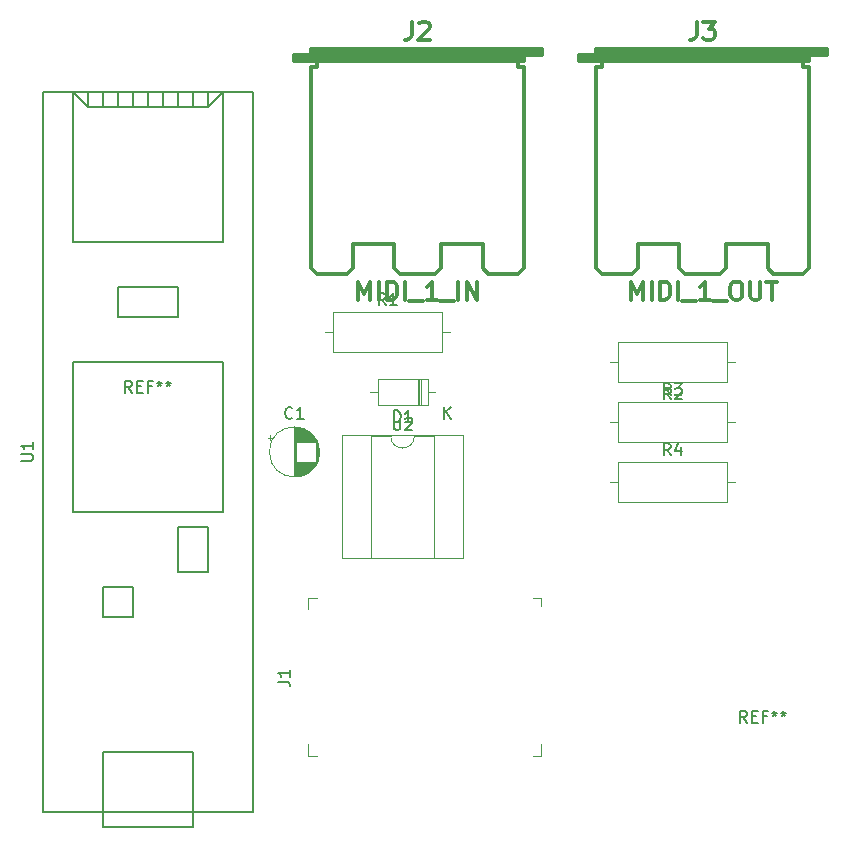
<source format=gbr>
G04 #@! TF.GenerationSoftware,KiCad,Pcbnew,(5.0.2)-1*
G04 #@! TF.CreationDate,2019-02-01T02:25:23-05:00*
G04 #@! TF.ProjectId,midimerger,6d696469-6d65-4726-9765-722e6b696361,rev?*
G04 #@! TF.SameCoordinates,PX60e4b00PY695f190*
G04 #@! TF.FileFunction,Legend,Top*
G04 #@! TF.FilePolarity,Positive*
%FSLAX46Y46*%
G04 Gerber Fmt 4.6, Leading zero omitted, Abs format (unit mm)*
G04 Created by KiCad (PCBNEW (5.0.2)-1) date 2/1/2019 2:25:23 AM*
%MOMM*%
%LPD*%
G01*
G04 APERTURE LIST*
%ADD10C,0.150000*%
%ADD11C,0.100000*%
%ADD12C,0.120000*%
%ADD13C,0.304800*%
G04 APERTURE END LIST*
D10*
G04 #@! TO.C,U1*
X21590000Y2540000D02*
X3810000Y2540000D01*
X3810000Y63500000D02*
X21590000Y63500000D01*
X10160000Y44450000D02*
X10160000Y46990000D01*
X15240000Y44450000D02*
X10160000Y44450000D01*
X15240000Y46990000D02*
X15240000Y44450000D01*
X10160000Y46990000D02*
X15240000Y46990000D01*
X16510000Y7620000D02*
X16510000Y2540000D01*
X8890000Y7620000D02*
X8890000Y2540000D01*
X16510000Y7620000D02*
X8890000Y7620000D01*
X8890000Y1270000D02*
X8890000Y2540000D01*
X16510000Y1270000D02*
X8890000Y1270000D01*
X16510000Y2540000D02*
X16510000Y1270000D01*
X21590000Y2540000D02*
X21590000Y63500000D01*
X3810000Y63500000D02*
X3810000Y2540000D01*
X19050000Y50800000D02*
X19050000Y63500000D01*
X6350000Y50800000D02*
X19050000Y50800000D01*
X6350000Y63500000D02*
X6350000Y50800000D01*
X7620000Y62230000D02*
X6350000Y63500000D01*
X17780000Y62230000D02*
X7620000Y62230000D01*
X19050000Y63500000D02*
X17780000Y62230000D01*
X7620000Y62230000D02*
X7620000Y63500000D01*
X8890000Y62230000D02*
X8890000Y63500000D01*
X10160000Y62230000D02*
X10160000Y63500000D01*
X11430000Y62230000D02*
X11430000Y63500000D01*
X12700000Y62230000D02*
X12700000Y63500000D01*
X13970000Y62230000D02*
X13970000Y63500000D01*
X15240000Y62230000D02*
X15240000Y63500000D01*
X16510000Y62230000D02*
X16510000Y63500000D01*
X17780000Y62230000D02*
X17780000Y63500000D01*
X6350000Y27940000D02*
X6350000Y40640000D01*
X19050000Y27940000D02*
X19050000Y40640000D01*
X6350000Y27940000D02*
X19050000Y27940000D01*
X19050000Y40640000D02*
X6350000Y40640000D01*
X15240000Y26670000D02*
X17780000Y26670000D01*
X15240000Y22860000D02*
X15240000Y26670000D01*
X17780000Y22860000D02*
X15240000Y22860000D01*
X17780000Y26670000D02*
X17780000Y22860000D01*
X8890000Y21590000D02*
X8890000Y19050000D01*
X11430000Y21590000D02*
X8890000Y21590000D01*
X11430000Y19050000D02*
X11430000Y21590000D01*
X8890000Y19050000D02*
X11430000Y19050000D01*
D11*
G04 #@! TO.C,J1*
X26285000Y20645000D02*
X27010000Y20645000D01*
X26285000Y19695000D02*
X26285000Y20645000D01*
X26285000Y7295000D02*
X27085000Y7295000D01*
X26285000Y8320000D02*
X26285000Y7295000D01*
X45985000Y20645000D02*
X45985000Y19945000D01*
X45335000Y20645000D02*
X45985000Y20645000D01*
X45985000Y7295000D02*
X45310000Y7295000D01*
X45985000Y8270000D02*
X45985000Y7295000D01*
D12*
G04 #@! TO.C,C1*
X27250000Y33020000D02*
G75*
G03X27250000Y33020000I-2120000J0D01*
G01*
X25130000Y35100000D02*
X25130000Y30940000D01*
X25170000Y35100000D02*
X25170000Y30940000D01*
X25210000Y35099000D02*
X25210000Y30941000D01*
X25250000Y35097000D02*
X25250000Y30943000D01*
X25290000Y35094000D02*
X25290000Y30946000D01*
X25330000Y35091000D02*
X25330000Y33860000D01*
X25330000Y32180000D02*
X25330000Y30949000D01*
X25370000Y35087000D02*
X25370000Y33860000D01*
X25370000Y32180000D02*
X25370000Y30953000D01*
X25410000Y35082000D02*
X25410000Y33860000D01*
X25410000Y32180000D02*
X25410000Y30958000D01*
X25450000Y35076000D02*
X25450000Y33860000D01*
X25450000Y32180000D02*
X25450000Y30964000D01*
X25490000Y35070000D02*
X25490000Y33860000D01*
X25490000Y32180000D02*
X25490000Y30970000D01*
X25530000Y35062000D02*
X25530000Y33860000D01*
X25530000Y32180000D02*
X25530000Y30978000D01*
X25570000Y35054000D02*
X25570000Y33860000D01*
X25570000Y32180000D02*
X25570000Y30986000D01*
X25610000Y35045000D02*
X25610000Y33860000D01*
X25610000Y32180000D02*
X25610000Y30995000D01*
X25650000Y35036000D02*
X25650000Y33860000D01*
X25650000Y32180000D02*
X25650000Y31004000D01*
X25690000Y35025000D02*
X25690000Y33860000D01*
X25690000Y32180000D02*
X25690000Y31015000D01*
X25730000Y35014000D02*
X25730000Y33860000D01*
X25730000Y32180000D02*
X25730000Y31026000D01*
X25770000Y35002000D02*
X25770000Y33860000D01*
X25770000Y32180000D02*
X25770000Y31038000D01*
X25810000Y34988000D02*
X25810000Y33860000D01*
X25810000Y32180000D02*
X25810000Y31052000D01*
X25851000Y34974000D02*
X25851000Y33860000D01*
X25851000Y32180000D02*
X25851000Y31066000D01*
X25891000Y34960000D02*
X25891000Y33860000D01*
X25891000Y32180000D02*
X25891000Y31080000D01*
X25931000Y34944000D02*
X25931000Y33860000D01*
X25931000Y32180000D02*
X25931000Y31096000D01*
X25971000Y34927000D02*
X25971000Y33860000D01*
X25971000Y32180000D02*
X25971000Y31113000D01*
X26011000Y34909000D02*
X26011000Y33860000D01*
X26011000Y32180000D02*
X26011000Y31131000D01*
X26051000Y34890000D02*
X26051000Y33860000D01*
X26051000Y32180000D02*
X26051000Y31150000D01*
X26091000Y34871000D02*
X26091000Y33860000D01*
X26091000Y32180000D02*
X26091000Y31169000D01*
X26131000Y34850000D02*
X26131000Y33860000D01*
X26131000Y32180000D02*
X26131000Y31190000D01*
X26171000Y34828000D02*
X26171000Y33860000D01*
X26171000Y32180000D02*
X26171000Y31212000D01*
X26211000Y34805000D02*
X26211000Y33860000D01*
X26211000Y32180000D02*
X26211000Y31235000D01*
X26251000Y34780000D02*
X26251000Y33860000D01*
X26251000Y32180000D02*
X26251000Y31260000D01*
X26291000Y34755000D02*
X26291000Y33860000D01*
X26291000Y32180000D02*
X26291000Y31285000D01*
X26331000Y34728000D02*
X26331000Y33860000D01*
X26331000Y32180000D02*
X26331000Y31312000D01*
X26371000Y34700000D02*
X26371000Y33860000D01*
X26371000Y32180000D02*
X26371000Y31340000D01*
X26411000Y34670000D02*
X26411000Y33860000D01*
X26411000Y32180000D02*
X26411000Y31370000D01*
X26451000Y34639000D02*
X26451000Y33860000D01*
X26451000Y32180000D02*
X26451000Y31401000D01*
X26491000Y34607000D02*
X26491000Y33860000D01*
X26491000Y32180000D02*
X26491000Y31433000D01*
X26531000Y34572000D02*
X26531000Y33860000D01*
X26531000Y32180000D02*
X26531000Y31468000D01*
X26571000Y34536000D02*
X26571000Y33860000D01*
X26571000Y32180000D02*
X26571000Y31504000D01*
X26611000Y34498000D02*
X26611000Y33860000D01*
X26611000Y32180000D02*
X26611000Y31542000D01*
X26651000Y34458000D02*
X26651000Y33860000D01*
X26651000Y32180000D02*
X26651000Y31582000D01*
X26691000Y34416000D02*
X26691000Y33860000D01*
X26691000Y32180000D02*
X26691000Y31624000D01*
X26731000Y34371000D02*
X26731000Y33860000D01*
X26731000Y32180000D02*
X26731000Y31669000D01*
X26771000Y34324000D02*
X26771000Y33860000D01*
X26771000Y32180000D02*
X26771000Y31716000D01*
X26811000Y34274000D02*
X26811000Y33860000D01*
X26811000Y32180000D02*
X26811000Y31766000D01*
X26851000Y34220000D02*
X26851000Y33860000D01*
X26851000Y32180000D02*
X26851000Y31820000D01*
X26891000Y34162000D02*
X26891000Y33860000D01*
X26891000Y32180000D02*
X26891000Y31878000D01*
X26931000Y34100000D02*
X26931000Y33860000D01*
X26931000Y32180000D02*
X26931000Y31940000D01*
X26971000Y34033000D02*
X26971000Y32007000D01*
X27011000Y33960000D02*
X27011000Y32080000D01*
X27051000Y33879000D02*
X27051000Y32161000D01*
X27091000Y33788000D02*
X27091000Y32252000D01*
X27131000Y33684000D02*
X27131000Y32356000D01*
X27171000Y33557000D02*
X27171000Y32483000D01*
X27211000Y33390000D02*
X27211000Y32650000D01*
X22860199Y34215000D02*
X23260199Y34215000D01*
X23060199Y34415000D02*
X23060199Y34015000D01*
G04 #@! TO.C,D1*
X36410000Y36980000D02*
X36410000Y39220000D01*
X36410000Y39220000D02*
X32170000Y39220000D01*
X32170000Y39220000D02*
X32170000Y36980000D01*
X32170000Y36980000D02*
X36410000Y36980000D01*
X37060000Y38100000D02*
X36410000Y38100000D01*
X31520000Y38100000D02*
X32170000Y38100000D01*
X35690000Y36980000D02*
X35690000Y39220000D01*
X35570000Y36980000D02*
X35570000Y39220000D01*
X35810000Y36980000D02*
X35810000Y39220000D01*
D13*
G04 #@! TO.C,J2*
X44559220Y66360040D02*
X25059640Y66360040D01*
X26560780Y66608960D02*
X44559220Y66608960D01*
X46060360Y66860420D02*
X26560780Y66860420D01*
X44559220Y48610520D02*
X44559220Y65610740D01*
X44559220Y48610520D02*
X44058840Y48110140D01*
X44058840Y48110140D02*
X41559480Y48110140D01*
X41559480Y48110140D02*
X41059100Y48610520D01*
X41059100Y48610520D02*
X41059100Y50609500D01*
X41059100Y50609500D02*
X37558980Y50609500D01*
X26560780Y48610520D02*
X26560780Y65610740D01*
X26560780Y48610520D02*
X27061160Y48110140D01*
X27061160Y48110140D02*
X29060140Y48110140D01*
X29060140Y48110140D02*
X29560520Y48110140D01*
X29560520Y48110140D02*
X30060900Y48610520D01*
X30060900Y48610520D02*
X30060900Y50609500D01*
X30060900Y50609500D02*
X33561020Y50609500D01*
X37061140Y48110140D02*
X37558980Y48610520D01*
X37558980Y48610520D02*
X37558980Y50609500D01*
X37061140Y48110140D02*
X34058860Y48110140D01*
X34058860Y48110140D02*
X33561020Y48610520D01*
X33561020Y48610520D02*
X33561020Y50609500D01*
X25059640Y66608960D02*
X26560780Y66608960D01*
X26560780Y66608960D02*
X26560780Y67109340D01*
X26560780Y67109340D02*
X46060360Y67109340D01*
X46060360Y66608960D02*
X44559220Y66608960D01*
X44559220Y66608960D02*
X44559220Y66108580D01*
X44559220Y66108580D02*
X25059640Y66108580D01*
X26560780Y65610740D02*
X27061160Y65610740D01*
X44559220Y65610740D02*
X44058840Y65610740D01*
X27061160Y66108580D02*
X27061160Y65610740D01*
X44058840Y65610740D02*
X44058840Y66108580D01*
X46060360Y67109340D02*
X46060360Y66608960D01*
X25059640Y66108580D02*
X25059640Y66608960D01*
G04 #@! TO.C,J3*
X49189640Y66108580D02*
X49189640Y66608960D01*
X70190360Y67109340D02*
X70190360Y66608960D01*
X68188840Y65610740D02*
X68188840Y66108580D01*
X51191160Y66108580D02*
X51191160Y65610740D01*
X68689220Y65610740D02*
X68188840Y65610740D01*
X50690780Y65610740D02*
X51191160Y65610740D01*
X68689220Y66108580D02*
X49189640Y66108580D01*
X68689220Y66608960D02*
X68689220Y66108580D01*
X70190360Y66608960D02*
X68689220Y66608960D01*
X50690780Y67109340D02*
X70190360Y67109340D01*
X50690780Y66608960D02*
X50690780Y67109340D01*
X49189640Y66608960D02*
X50690780Y66608960D01*
X57691020Y48610520D02*
X57691020Y50609500D01*
X58188860Y48110140D02*
X57691020Y48610520D01*
X61191140Y48110140D02*
X58188860Y48110140D01*
X61688980Y48610520D02*
X61688980Y50609500D01*
X61191140Y48110140D02*
X61688980Y48610520D01*
X54190900Y50609500D02*
X57691020Y50609500D01*
X54190900Y48610520D02*
X54190900Y50609500D01*
X53690520Y48110140D02*
X54190900Y48610520D01*
X53190140Y48110140D02*
X53690520Y48110140D01*
X51191160Y48110140D02*
X53190140Y48110140D01*
X50690780Y48610520D02*
X51191160Y48110140D01*
X50690780Y48610520D02*
X50690780Y65610740D01*
X65189100Y50609500D02*
X61688980Y50609500D01*
X65189100Y48610520D02*
X65189100Y50609500D01*
X65689480Y48110140D02*
X65189100Y48610520D01*
X68188840Y48110140D02*
X65689480Y48110140D01*
X68689220Y48610520D02*
X68188840Y48110140D01*
X68689220Y48610520D02*
X68689220Y65610740D01*
X70190360Y66860420D02*
X50690780Y66860420D01*
X50690780Y66608960D02*
X68689220Y66608960D01*
X68689220Y66360040D02*
X49189640Y66360040D01*
D12*
G04 #@! TO.C,U2*
X35290000Y34350000D02*
G75*
G02X33290000Y34350000I-1000000J0D01*
G01*
X33290000Y34350000D02*
X31640000Y34350000D01*
X31640000Y34350000D02*
X31640000Y24070000D01*
X31640000Y24070000D02*
X36940000Y24070000D01*
X36940000Y24070000D02*
X36940000Y34350000D01*
X36940000Y34350000D02*
X35290000Y34350000D01*
X29150000Y34410000D02*
X29150000Y24010000D01*
X29150000Y24010000D02*
X39430000Y24010000D01*
X39430000Y24010000D02*
X39430000Y34410000D01*
X39430000Y34410000D02*
X29150000Y34410000D01*
G04 #@! TO.C,R1*
X38330000Y43180000D02*
X37640000Y43180000D01*
X27710000Y43180000D02*
X28400000Y43180000D01*
X37640000Y44900000D02*
X28400000Y44900000D01*
X37640000Y41460000D02*
X37640000Y44900000D01*
X28400000Y41460000D02*
X37640000Y41460000D01*
X28400000Y44900000D02*
X28400000Y41460000D01*
G04 #@! TO.C,R2*
X61770000Y38920000D02*
X61770000Y42360000D01*
X61770000Y42360000D02*
X52530000Y42360000D01*
X52530000Y42360000D02*
X52530000Y38920000D01*
X52530000Y38920000D02*
X61770000Y38920000D01*
X62460000Y40640000D02*
X61770000Y40640000D01*
X51840000Y40640000D02*
X52530000Y40640000D01*
G04 #@! TO.C,R3*
X52530000Y37280000D02*
X52530000Y33840000D01*
X52530000Y33840000D02*
X61770000Y33840000D01*
X61770000Y33840000D02*
X61770000Y37280000D01*
X61770000Y37280000D02*
X52530000Y37280000D01*
X51840000Y35560000D02*
X52530000Y35560000D01*
X62460000Y35560000D02*
X61770000Y35560000D01*
G04 #@! TO.C,R4*
X62460000Y30480000D02*
X61770000Y30480000D01*
X51840000Y30480000D02*
X52530000Y30480000D01*
X61770000Y32200000D02*
X52530000Y32200000D01*
X61770000Y28760000D02*
X61770000Y32200000D01*
X52530000Y28760000D02*
X61770000Y28760000D01*
X52530000Y32200000D02*
X52530000Y28760000D01*
G04 #@! TO.C,U1*
D10*
X1992380Y32258096D02*
X2801904Y32258096D01*
X2897142Y32305715D01*
X2944761Y32353334D01*
X2992380Y32448572D01*
X2992380Y32639048D01*
X2944761Y32734286D01*
X2897142Y32781905D01*
X2801904Y32829524D01*
X1992380Y32829524D01*
X2992380Y33829524D02*
X2992380Y33258096D01*
X2992380Y33543810D02*
X1992380Y33543810D01*
X2135238Y33448572D01*
X2230476Y33353334D01*
X2278095Y33258096D01*
G04 #@! TO.C,J1*
X23737380Y13561667D02*
X24451666Y13561667D01*
X24594523Y13514048D01*
X24689761Y13418810D01*
X24737380Y13275953D01*
X24737380Y13180715D01*
X24737380Y14561667D02*
X24737380Y13990239D01*
X24737380Y14275953D02*
X23737380Y14275953D01*
X23880238Y14180715D01*
X23975476Y14085477D01*
X24023095Y13990239D01*
G04 #@! TO.C,REF\002A\002A*
X11366666Y38037620D02*
X11033333Y38513810D01*
X10795238Y38037620D02*
X10795238Y39037620D01*
X11176190Y39037620D01*
X11271428Y38990000D01*
X11319047Y38942381D01*
X11366666Y38847143D01*
X11366666Y38704286D01*
X11319047Y38609048D01*
X11271428Y38561429D01*
X11176190Y38513810D01*
X10795238Y38513810D01*
X11795238Y38561429D02*
X12128571Y38561429D01*
X12271428Y38037620D02*
X11795238Y38037620D01*
X11795238Y39037620D01*
X12271428Y39037620D01*
X13033333Y38561429D02*
X12700000Y38561429D01*
X12700000Y38037620D02*
X12700000Y39037620D01*
X13176190Y39037620D01*
X13700000Y39037620D02*
X13700000Y38799524D01*
X13461904Y38894762D02*
X13700000Y38799524D01*
X13938095Y38894762D01*
X13557142Y38609048D02*
X13700000Y38799524D01*
X13842857Y38609048D01*
X14461904Y39037620D02*
X14461904Y38799524D01*
X14223809Y38894762D02*
X14461904Y38799524D01*
X14700000Y38894762D01*
X14319047Y38609048D02*
X14461904Y38799524D01*
X14604761Y38609048D01*
G04 #@! TO.C,C1*
X24963333Y35912858D02*
X24915714Y35865239D01*
X24772857Y35817620D01*
X24677619Y35817620D01*
X24534761Y35865239D01*
X24439523Y35960477D01*
X24391904Y36055715D01*
X24344285Y36246191D01*
X24344285Y36389048D01*
X24391904Y36579524D01*
X24439523Y36674762D01*
X24534761Y36770000D01*
X24677619Y36817620D01*
X24772857Y36817620D01*
X24915714Y36770000D01*
X24963333Y36722381D01*
X25915714Y35817620D02*
X25344285Y35817620D01*
X25630000Y35817620D02*
X25630000Y36817620D01*
X25534761Y36674762D01*
X25439523Y36579524D01*
X25344285Y36531905D01*
G04 #@! TO.C,D1*
X33551904Y35527620D02*
X33551904Y36527620D01*
X33790000Y36527620D01*
X33932857Y36480000D01*
X34028095Y36384762D01*
X34075714Y36289524D01*
X34123333Y36099048D01*
X34123333Y35956191D01*
X34075714Y35765715D01*
X34028095Y35670477D01*
X33932857Y35575239D01*
X33790000Y35527620D01*
X33551904Y35527620D01*
X35075714Y35527620D02*
X34504285Y35527620D01*
X34790000Y35527620D02*
X34790000Y36527620D01*
X34694761Y36384762D01*
X34599523Y36289524D01*
X34504285Y36241905D01*
X37838095Y35847620D02*
X37838095Y36847620D01*
X38409523Y35847620D02*
X37980952Y36419048D01*
X38409523Y36847620D02*
X37838095Y36276191D01*
G04 #@! TO.C,J2*
D13*
X35052000Y69445052D02*
X35052000Y68356480D01*
X34979428Y68138766D01*
X34834285Y67993623D01*
X34616571Y67921052D01*
X34471428Y67921052D01*
X35705142Y69299909D02*
X35777714Y69372480D01*
X35922857Y69445052D01*
X36285714Y69445052D01*
X36430857Y69372480D01*
X36503428Y69299909D01*
X36576000Y69154766D01*
X36576000Y69009623D01*
X36503428Y68791909D01*
X35632571Y67921052D01*
X36576000Y67921052D01*
X30516285Y45919572D02*
X30516285Y47443572D01*
X31024285Y46355000D01*
X31532285Y47443572D01*
X31532285Y45919572D01*
X32258000Y45919572D02*
X32258000Y47443572D01*
X32983714Y45919572D02*
X32983714Y47443572D01*
X33346571Y47443572D01*
X33564285Y47371000D01*
X33709428Y47225858D01*
X33782000Y47080715D01*
X33854571Y46790429D01*
X33854571Y46572715D01*
X33782000Y46282429D01*
X33709428Y46137286D01*
X33564285Y45992143D01*
X33346571Y45919572D01*
X32983714Y45919572D01*
X34507714Y45919572D02*
X34507714Y47443572D01*
X34870571Y45774429D02*
X36031714Y45774429D01*
X37192857Y45919572D02*
X36322000Y45919572D01*
X36757428Y45919572D02*
X36757428Y47443572D01*
X36612285Y47225858D01*
X36467142Y47080715D01*
X36322000Y47008143D01*
X37483142Y45774429D02*
X38644285Y45774429D01*
X39007142Y45919572D02*
X39007142Y47443572D01*
X39732857Y45919572D02*
X39732857Y47443572D01*
X40603714Y45919572D01*
X40603714Y47443572D01*
G04 #@! TO.C,J3*
X59182000Y69445052D02*
X59182000Y68356480D01*
X59109428Y68138766D01*
X58964285Y67993623D01*
X58746571Y67921052D01*
X58601428Y67921052D01*
X59762571Y69445052D02*
X60706000Y69445052D01*
X60198000Y68864480D01*
X60415714Y68864480D01*
X60560857Y68791909D01*
X60633428Y68719338D01*
X60706000Y68574195D01*
X60706000Y68211338D01*
X60633428Y68066195D01*
X60560857Y67993623D01*
X60415714Y67921052D01*
X59980285Y67921052D01*
X59835142Y67993623D01*
X59762571Y68066195D01*
X53630285Y45919572D02*
X53630285Y47443572D01*
X54138285Y46355000D01*
X54646285Y47443572D01*
X54646285Y45919572D01*
X55372000Y45919572D02*
X55372000Y47443572D01*
X56097714Y45919572D02*
X56097714Y47443572D01*
X56460571Y47443572D01*
X56678285Y47371000D01*
X56823428Y47225858D01*
X56896000Y47080715D01*
X56968571Y46790429D01*
X56968571Y46572715D01*
X56896000Y46282429D01*
X56823428Y46137286D01*
X56678285Y45992143D01*
X56460571Y45919572D01*
X56097714Y45919572D01*
X57621714Y45919572D02*
X57621714Y47443572D01*
X57984571Y45774429D02*
X59145714Y45774429D01*
X60306857Y45919572D02*
X59436000Y45919572D01*
X59871428Y45919572D02*
X59871428Y47443572D01*
X59726285Y47225858D01*
X59581142Y47080715D01*
X59436000Y47008143D01*
X60597142Y45774429D02*
X61758285Y45774429D01*
X62411428Y47443572D02*
X62701714Y47443572D01*
X62846857Y47371000D01*
X62992000Y47225858D01*
X63064571Y46935572D01*
X63064571Y46427572D01*
X62992000Y46137286D01*
X62846857Y45992143D01*
X62701714Y45919572D01*
X62411428Y45919572D01*
X62266285Y45992143D01*
X62121142Y46137286D01*
X62048571Y46427572D01*
X62048571Y46935572D01*
X62121142Y47225858D01*
X62266285Y47371000D01*
X62411428Y47443572D01*
X63717714Y47443572D02*
X63717714Y46209858D01*
X63790285Y46064715D01*
X63862857Y45992143D01*
X64008000Y45919572D01*
X64298285Y45919572D01*
X64443428Y45992143D01*
X64516000Y46064715D01*
X64588571Y46209858D01*
X64588571Y47443572D01*
X65096571Y47443572D02*
X65967428Y47443572D01*
X65532000Y45919572D02*
X65532000Y47443572D01*
G04 #@! TO.C,U2*
D10*
X33528095Y35897620D02*
X33528095Y35088096D01*
X33575714Y34992858D01*
X33623333Y34945239D01*
X33718571Y34897620D01*
X33909047Y34897620D01*
X34004285Y34945239D01*
X34051904Y34992858D01*
X34099523Y35088096D01*
X34099523Y35897620D01*
X34528095Y35802381D02*
X34575714Y35850000D01*
X34670952Y35897620D01*
X34909047Y35897620D01*
X35004285Y35850000D01*
X35051904Y35802381D01*
X35099523Y35707143D01*
X35099523Y35611905D01*
X35051904Y35469048D01*
X34480476Y34897620D01*
X35099523Y34897620D01*
G04 #@! TO.C,REF\002A\002A*
X63436666Y10097620D02*
X63103333Y10573810D01*
X62865238Y10097620D02*
X62865238Y11097620D01*
X63246190Y11097620D01*
X63341428Y11050000D01*
X63389047Y11002381D01*
X63436666Y10907143D01*
X63436666Y10764286D01*
X63389047Y10669048D01*
X63341428Y10621429D01*
X63246190Y10573810D01*
X62865238Y10573810D01*
X63865238Y10621429D02*
X64198571Y10621429D01*
X64341428Y10097620D02*
X63865238Y10097620D01*
X63865238Y11097620D01*
X64341428Y11097620D01*
X65103333Y10621429D02*
X64770000Y10621429D01*
X64770000Y10097620D02*
X64770000Y11097620D01*
X65246190Y11097620D01*
X65770000Y11097620D02*
X65770000Y10859524D01*
X65531904Y10954762D02*
X65770000Y10859524D01*
X66008095Y10954762D01*
X65627142Y10669048D02*
X65770000Y10859524D01*
X65912857Y10669048D01*
X66531904Y11097620D02*
X66531904Y10859524D01*
X66293809Y10954762D02*
X66531904Y10859524D01*
X66770000Y10954762D01*
X66389047Y10669048D02*
X66531904Y10859524D01*
X66674761Y10669048D01*
G04 #@! TO.C,R1*
X32853333Y45447620D02*
X32520000Y45923810D01*
X32281904Y45447620D02*
X32281904Y46447620D01*
X32662857Y46447620D01*
X32758095Y46400000D01*
X32805714Y46352381D01*
X32853333Y46257143D01*
X32853333Y46114286D01*
X32805714Y46019048D01*
X32758095Y45971429D01*
X32662857Y45923810D01*
X32281904Y45923810D01*
X33805714Y45447620D02*
X33234285Y45447620D01*
X33520000Y45447620D02*
X33520000Y46447620D01*
X33424761Y46304762D01*
X33329523Y46209524D01*
X33234285Y46161905D01*
G04 #@! TO.C,R2*
X56983333Y37467620D02*
X56650000Y37943810D01*
X56411904Y37467620D02*
X56411904Y38467620D01*
X56792857Y38467620D01*
X56888095Y38420000D01*
X56935714Y38372381D01*
X56983333Y38277143D01*
X56983333Y38134286D01*
X56935714Y38039048D01*
X56888095Y37991429D01*
X56792857Y37943810D01*
X56411904Y37943810D01*
X57364285Y38372381D02*
X57411904Y38420000D01*
X57507142Y38467620D01*
X57745238Y38467620D01*
X57840476Y38420000D01*
X57888095Y38372381D01*
X57935714Y38277143D01*
X57935714Y38181905D01*
X57888095Y38039048D01*
X57316666Y37467620D01*
X57935714Y37467620D01*
G04 #@! TO.C,R3*
X56983333Y37827620D02*
X56650000Y38303810D01*
X56411904Y37827620D02*
X56411904Y38827620D01*
X56792857Y38827620D01*
X56888095Y38780000D01*
X56935714Y38732381D01*
X56983333Y38637143D01*
X56983333Y38494286D01*
X56935714Y38399048D01*
X56888095Y38351429D01*
X56792857Y38303810D01*
X56411904Y38303810D01*
X57316666Y38827620D02*
X57935714Y38827620D01*
X57602380Y38446667D01*
X57745238Y38446667D01*
X57840476Y38399048D01*
X57888095Y38351429D01*
X57935714Y38256191D01*
X57935714Y38018096D01*
X57888095Y37922858D01*
X57840476Y37875239D01*
X57745238Y37827620D01*
X57459523Y37827620D01*
X57364285Y37875239D01*
X57316666Y37922858D01*
G04 #@! TO.C,R4*
X56983333Y32747620D02*
X56650000Y33223810D01*
X56411904Y32747620D02*
X56411904Y33747620D01*
X56792857Y33747620D01*
X56888095Y33700000D01*
X56935714Y33652381D01*
X56983333Y33557143D01*
X56983333Y33414286D01*
X56935714Y33319048D01*
X56888095Y33271429D01*
X56792857Y33223810D01*
X56411904Y33223810D01*
X57840476Y33414286D02*
X57840476Y32747620D01*
X57602380Y33795239D02*
X57364285Y33080953D01*
X57983333Y33080953D01*
G04 #@! TD*
M02*

</source>
